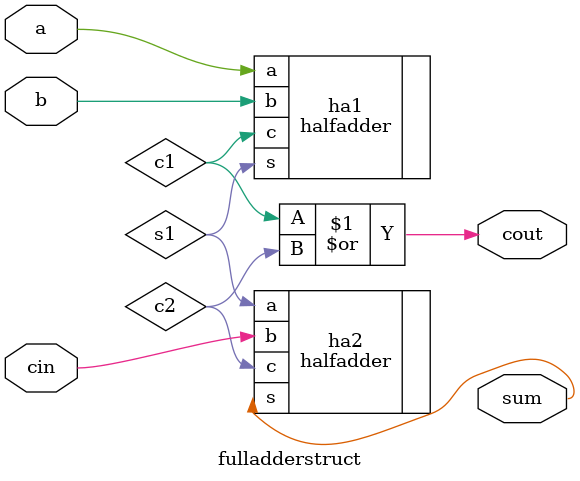
<source format=sv>
module fulladderstruct (
    input logic a, b, cin,
    output logic sum, cout
);

    logic s1, c1, c2;

    halfadder ha1 (
        .a(a),
        .b(b),
        .s(s1),
        .c(c1)
    );

    halfadder ha2 (
        .a(s1),
        .b(cin),
        .s(sum),
        .c(c2)
    );

    assign cout = c1 | c2;

endmodule
</source>
